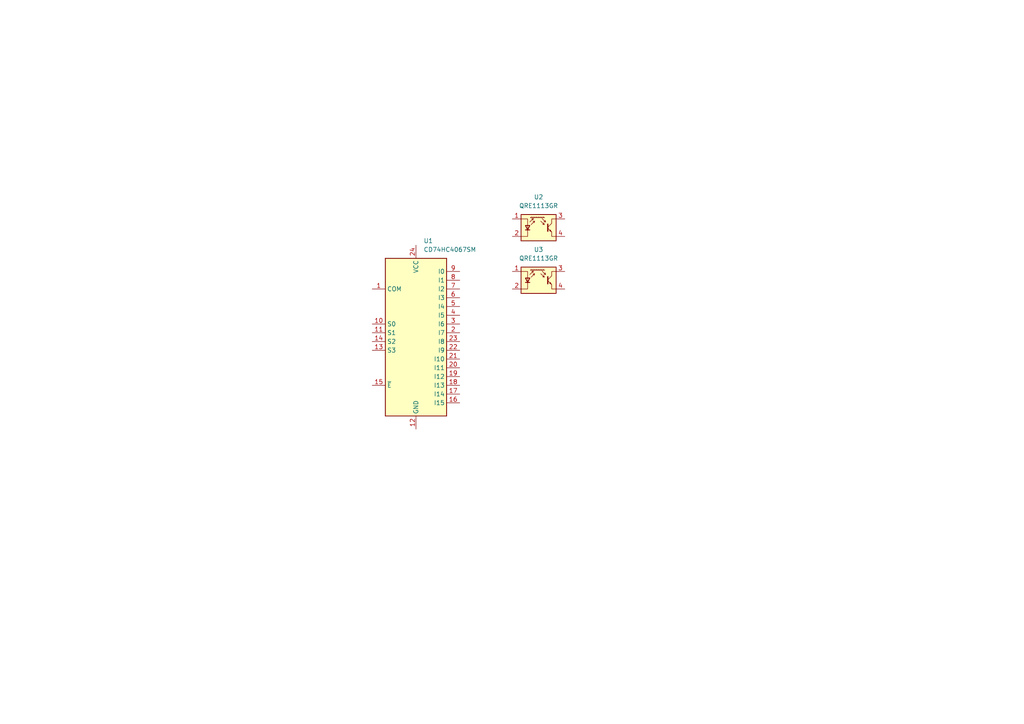
<source format=kicad_sch>
(kicad_sch (version 20250114) (generator "eeschema") (generator_version "9.0")
  (paper "A4")
  (lib_symbols
    (symbol "74xx:CD74HC4067SM"
      (property "Reference" "U" (at -8.89 22.86 0))
      (property "Value" "CD74HC4067SM" (at 1.27 22.86 0))
      (symbol "CD74HC4067SM_0_1"
        (rectangle (start -8.89 21.59) (end 8.89 -24.13) (stroke (width 0.254)) (fill (type background)))
      )
      (symbol "CD74HC4067SM_1_1"
        (pin passive line (at -12.7 12.7 0) (length 3.81) (name "COM") (number "1"))
        (pin input line (at -12.7 2.54 0) (length 3.81) (name "S0") (number "10"))
        (pin input line (at -12.7 0 0) (length 3.81) (name "S1") (number "11"))
        (pin input line (at -12.7 -2.54 0) (length 3.81) (name "S2") (number "14"))
        (pin input line (at -12.7 -5.08 0) (length 3.81) (name "S3") (number "13"))
        (pin input line (at -12.7 -15.24 0) (length 3.81) (name "~{E}") (number "15"))
        (pin power_in line (at 0 25.4 270) (length 3.81) (name "VCC") (number "24"))
        (pin power_in line (at 0 -27.94 90) (length 3.81) (name "GND") (number "12"))
        (pin passive line (at 12.7 17.78 180) (length 3.81) (name "I0") (number "9"))
        (pin passive line (at 12.7 15.24 180) (length 3.81) (name "I1") (number "8"))
        (pin passive line (at 12.7 12.7 180) (length 3.81) (name "I2") (number "7"))
        (pin passive line (at 12.7 10.16 180) (length 3.81) (name "I3") (number "6"))
        (pin passive line (at 12.7 7.62 180) (length 3.81) (name "I4") (number "5"))
        (pin passive line (at 12.7 5.08 180) (length 3.81) (name "I5") (number "4"))
        (pin passive line (at 12.7 2.54 180) (length 3.81) (name "I6") (number "3"))
        (pin passive line (at 12.7 0 180) (length 3.81) (name "I7") (number "2"))
        (pin passive line (at 12.7 -2.54 180) (length 3.81) (name "I8") (number "23"))
        (pin passive line (at 12.7 -5.08 180) (length 3.81) (name "I9") (number "22"))
        (pin passive line (at 12.7 -7.62 180) (length 3.81) (name "I10") (number "21"))
        (pin passive line (at 12.7 -10.16 180) (length 3.81) (name "I11") (number "20"))
        (pin passive line (at 12.7 -12.7 180) (length 3.81) (name "I12") (number "19"))
        (pin passive line (at 12.7 -15.24 180) (length 3.81) (name "I13") (number "18"))
        (pin passive line (at 12.7 -17.78 180) (length 3.81) (name "I14") (number "17"))
        (pin passive line (at 12.7 -20.32 180) (length 3.81) (name "I15") (number "16"))
      )
    )
    (symbol "Sensor_Proximity:QRE1113GR" (pin_names (offset 0.0254) (hide yes))
      (property "Reference" "U" (at -3.81 5.08 0))
      (property "Value" "QRE1113GR" (at 11.43 5.08 0))
      (symbol "QRE1113GR_0_1"
        (polyline (pts (xy -5.08 -2.54) (xy -3.175 -2.54) (xy -3.175 2.54) (xy -5.08 2.54)))
        (polyline (pts (xy -5.08 -3.81) (xy 5.08 -3.81) (xy 5.08 3.81) (xy -5.08 3.81) (xy -5.08 -3.81)) (stroke (width 0.254)) (fill (type background)))
        (polyline (pts (xy -3.81 -0.635) (xy -2.54 -0.635)) (stroke (width 0.254)))
        (polyline (pts (xy -3.175 -0.635) (xy -3.81 0.635) (xy -2.54 0.635) (xy -3.175 -0.635)) (stroke (width 0.254)))
        (polyline (pts (xy -2.54 1.651) (xy -1.524 2.667) (xy -2.032 2.54)))
        (polyline (pts (xy -2.286 2.921) (xy -2.032 3.175)))
        (polyline (pts (xy -2.159 0.889) (xy -1.143 1.905) (xy -1.651 1.778)))
        (polyline (pts (xy -1.778 2.921) (xy -1.524 3.175)))
        (polyline (pts (xy -1.524 2.667) (xy -1.651 2.159)))
        (polyline (pts (xy -1.27 2.921) (xy -1.016 3.175)))
        (polyline (pts (xy -1.143 1.905) (xy -1.27 1.397)))
        (polyline (pts (xy -0.762 2.921) (xy -0.508 3.175)))
        (polyline (pts (xy -0.254 2.921) (xy 0 3.175)))
        (polyline (pts (xy 0.254 2.921) (xy 0.508 3.175)))
        (polyline (pts (xy 0.635 1.905) (xy 1.651 0.889) (xy 1.524 1.397)))
        (polyline (pts (xy 0.762 2.921) (xy 1.016 3.175)))
        (polyline (pts (xy 1.016 2.667) (xy 2.032 1.651) (xy 1.905 2.159)))
        (polyline (pts (xy 1.27 2.921) (xy 1.524 3.175)))
        (polyline (pts (xy 1.651 0.889) (xy 1.143 1.016)))
        (polyline (pts (xy 1.778 2.921) (xy -2.413 2.921)))
        (polyline (pts (xy 2.032 1.651) (xy 1.524 1.778)))
        (polyline (pts (xy 2.667 1.016) (xy 2.667 -1.016)) (stroke (width 0.3556)))
        (polyline (pts (xy 2.667 0.127) (xy 3.81 1.27)))
        (polyline (pts (xy 2.667 -0.127) (xy 3.81 -1.27)))
        (polyline (pts (xy 3.683 -1.143) (xy 3.429 -0.635) (xy 3.175 -0.889) (xy 3.683 -1.143)))
        (polyline (pts (xy 3.81 1.27) (xy 3.81 2.54) (xy 5.08 2.54)))
        (polyline (pts (xy 3.81 -1.27) (xy 3.81 -2.54) (xy 5.08 -2.54)))
      )
      (symbol "QRE1113GR_1_1"
        (pin passive line (at -7.62 2.54 0) (length 2.54) (name "A") (number "1"))
        (pin passive line (at -7.62 -2.54 0) (length 2.54) (name "K") (number "2"))
        (pin open_collector line (at 7.62 2.54 180) (length 2.54) (name "~") (number "3"))
        (pin open_emitter line (at 7.62 -2.54 180) (length 2.54) (name "~") (number "4"))
      )
    )
  )
  (symbol (lib_id "Sensor_Proximity:QRE1113GR") (at 156.21 81.28 0) (unit 1)
    (property "Reference" "U3" (at 156.21 72.39 0))
    (property "Value" "QRE1113GR" (at 156.21 74.93 0))
    (property "Footprint" "OptoDevice:OnSemi_CASE100CY" (effects (hide yes)))
    (property "Datasheet" "http://www.onsemi.com/pub/Collateral/QRE1113-D.PDF" (effects (hide yes)))
    (property "Description" "Miniature Reflective Optical Object Sensor, SMD-4" (effects (hide yes)))
  )
  (symbol (lib_id "74xx:CD74HC4067SM") (at 120.65 96.52 0) (unit 1)
    (property "Reference" "U1" (at 122.8441 69.85 0) (effects (justify left)))
    (property "Value" "CD74HC4067SM" (at 122.8441 72.39 0) (effects (justify left)))
    (property "Footprint" "Package_SO:SSOP-24_5.3x8.2mm_P0.65mm" (effects (hide yes)))
    (property "Datasheet" "http://www.ti.com/lit/ds/symlink/cd74hc4067.pdf" (effects (hide yes)))
    (property "Description" "High-Speed CMOS Logic 16-Channel Analog Multiplexer/Demultiplexer, SSOP-24" (effects (hide yes)))
  )
  (symbol (lib_id "Sensor_Proximity:QRE1113GR") (at 156.21 66.04 0) (unit 1)
    (property "Reference" "U2" (at 156.21 57.15 0))
    (property "Value" "QRE1113GR" (at 156.21 59.69 0))
    (property "Footprint" "OptoDevice:OnSemi_CASE100CY" (effects (hide yes)))
    (property "Datasheet" "http://www.onsemi.com/pub/Collateral/QRE1113-D.PDF" (effects (hide yes)))
    (property "Description" "Miniature Reflective Optical Object Sensor, SMD-4" (effects (hide yes)))
  )
)
</source>
